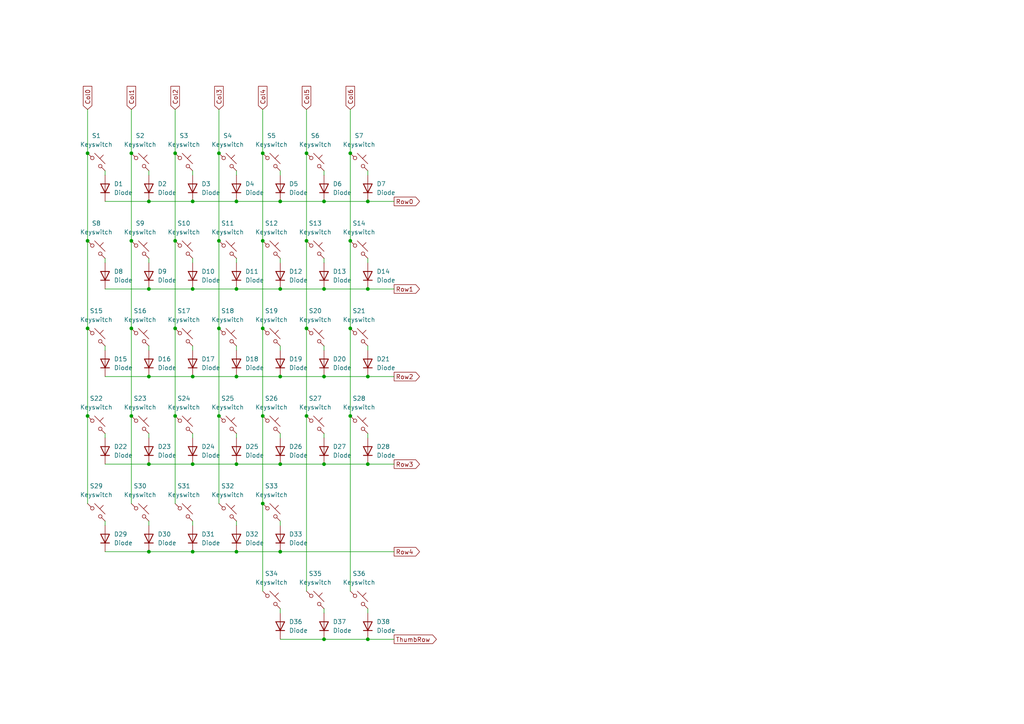
<source format=kicad_sch>
(kicad_sch (version 20250114) (generator "eeschema") (generator_version "9.0")
  (paper "A4")
  (title_block (title "TheFalcon[Left["))
  (lib_symbols
    (symbol "ScottoKeebs:Placeholder_Diode" (pin_numbers (hide yes)) (pin_names (hide yes))
      (property "Reference" "D" (at 0 2.54 0))
      (property "Value" "Diode" (at 0 -2.54 0))
      (symbol "Placeholder_Diode_0_1"
        (polyline (pts (xy -1.27 1.27) (xy -1.27 -1.27)) (stroke (width 0.254)))
        (polyline (pts (xy 1.27 1.27) (xy 1.27 -1.27) (xy -1.27 0) (xy 1.27 1.27)) (stroke (width 0.254)))
        (polyline (pts (xy 1.27 0) (xy -1.27 0)))
      )
      (symbol "Placeholder_Diode_1_1"
        (pin passive line (at -3.81 0 0) (length 2.54) (name "K") (number "1"))
        (pin passive line (at 3.81 0 180) (length 2.54) (name "A") (number "2"))
      )
    )
    (symbol "ScottoKeebs:Placeholder_Keyswitch" (pin_numbers (hide yes)) (pin_names (offset 1.016) (hide yes))
      (property "Reference" "S" (at 3.048 1.016 0))
      (property "Value" "Keyswitch" (at 0 -3.81 0))
      (symbol "Placeholder_Keyswitch_0_1"
        (polyline (pts (xy -2.54 2.54) (xy -1.524 1.524) (xy -1.524 1.524)))
        (circle (center -1.1684 1.1684) (radius 0.508))
        (polyline (pts (xy -0.508 2.54) (xy 2.54 -0.508)))
        (polyline (pts (xy 1.016 1.016) (xy 2.032 2.032)))
        (circle (center 1.143 -1.1938) (radius 0.508))
        (polyline (pts (xy 1.524 -1.524) (xy 2.54 -2.54) (xy 2.54 -2.54) (xy 2.54 -2.54)))
        (pin passive line (at -2.54 2.54 0) (length 0) (name "1") (number "1"))
        (pin passive line (at 2.54 -2.54 180) (length 0) (name "2") (number "2"))
      )
    )
  )
  (junction (at 43.18 58.42))
  (junction (at 50.8 95.25))
  (junction (at 106.68 109.22))
  (junction (at 43.18 109.22))
  (junction (at 106.68 185.42))
  (junction (at 68.58 160.02))
  (junction (at 63.5 95.25))
  (junction (at 55.88 134.62))
  (junction (at 106.68 134.62))
  (junction (at 93.98 109.22))
  (junction (at 55.88 58.42))
  (junction (at 25.4 69.85))
  (junction (at 76.2 146.05))
  (junction (at 88.9 69.85))
  (junction (at 25.4 95.25))
  (junction (at 68.58 58.42))
  (junction (at 50.8 44.45))
  (junction (at 63.5 69.85))
  (junction (at 68.58 134.62))
  (junction (at 106.68 58.42))
  (junction (at 101.6 69.85))
  (junction (at 38.1 44.45))
  (junction (at 68.58 83.82))
  (junction (at 81.28 83.82))
  (junction (at 43.18 134.62))
  (junction (at 81.28 109.22))
  (junction (at 55.88 83.82))
  (junction (at 38.1 120.65))
  (junction (at 63.5 120.65))
  (junction (at 88.9 120.65))
  (junction (at 93.98 83.82))
  (junction (at 93.98 185.42))
  (junction (at 81.28 160.02))
  (junction (at 76.2 120.65))
  (junction (at 43.18 160.02))
  (junction (at 76.2 44.45))
  (junction (at 81.28 58.42))
  (junction (at 101.6 120.65))
  (junction (at 63.5 44.45))
  (junction (at 76.2 69.85))
  (junction (at 101.6 44.45))
  (junction (at 88.9 44.45))
  (junction (at 81.28 134.62))
  (junction (at 88.9 95.25))
  (junction (at 25.4 120.65))
  (junction (at 68.58 109.22))
  (junction (at 106.68 83.82))
  (junction (at 101.6 95.25))
  (junction (at 38.1 69.85))
  (junction (at 25.4 44.45))
  (junction (at 55.88 160.02))
  (junction (at 50.8 120.65))
  (junction (at 93.98 58.42))
  (junction (at 43.18 83.82))
  (junction (at 38.1 95.25))
  (junction (at 50.8 69.85))
  (junction (at 55.88 109.22))
  (junction (at 76.2 95.25))
  (junction (at 93.98 134.62))
  (wire (pts (xy 81.28 176.53) (xy 81.28 177.8)))
  (wire (pts (xy 30.48 125.73) (xy 30.48 127)))
  (wire (pts (xy 81.28 74.93) (xy 81.28 76.2)))
  (wire (pts (xy 101.6 31.75) (xy 101.6 44.45)))
  (wire (pts (xy 106.68 49.53) (xy 106.68 50.8)))
  (wire (pts (xy 81.28 125.73) (xy 81.28 127)))
  (wire (pts (xy 25.4 31.75) (xy 25.4 44.45)))
  (wire (pts (xy 101.6 95.25) (xy 101.6 120.65)))
  (wire (pts (xy 55.88 58.42) (xy 68.58 58.42)))
  (wire (pts (xy 93.98 134.62) (xy 106.68 134.62)))
  (wire (pts (xy 38.1 120.65) (xy 38.1 146.05)))
  (wire (pts (xy 81.28 151.13) (xy 81.28 152.4)))
  (wire (pts (xy 63.5 44.45) (xy 63.5 69.85)))
  (wire (pts (xy 81.28 58.42) (xy 93.98 58.42)))
  (wire (pts (xy 93.98 176.53) (xy 93.98 177.8)))
  (wire (pts (xy 93.98 109.22) (xy 106.68 109.22)))
  (wire (pts (xy 88.9 44.45) (xy 88.9 69.85)))
  (wire (pts (xy 68.58 134.62) (xy 81.28 134.62)))
  (wire (pts (xy 93.98 185.42) (xy 106.68 185.42)))
  (wire (pts (xy 88.9 120.65) (xy 88.9 171.45)))
  (wire (pts (xy 106.68 83.82) (xy 114.3 83.82)))
  (wire (pts (xy 106.68 134.62) (xy 114.3 134.62)))
  (wire (pts (xy 106.68 109.22) (xy 114.3 109.22)))
  (wire (pts (xy 93.98 83.82) (xy 106.68 83.82)))
  (wire (pts (xy 30.48 74.93) (xy 30.48 76.2)))
  (wire (pts (xy 63.5 31.75) (xy 63.5 44.45)))
  (wire (pts (xy 106.68 176.53) (xy 106.68 177.8)))
  (wire (pts (xy 30.48 134.62) (xy 43.18 134.62)))
  (wire (pts (xy 50.8 44.45) (xy 50.8 69.85)))
  (wire (pts (xy 81.28 134.62) (xy 93.98 134.62)))
  (wire (pts (xy 106.68 185.42) (xy 114.3 185.42)))
  (wire (pts (xy 93.98 100.33) (xy 93.98 101.6)))
  (wire (pts (xy 43.18 100.33) (xy 43.18 101.6)))
  (wire (pts (xy 50.8 95.25) (xy 50.8 120.65)))
  (wire (pts (xy 55.88 125.73) (xy 55.88 127)))
  (wire (pts (xy 68.58 109.22) (xy 81.28 109.22)))
  (wire (pts (xy 30.48 151.13) (xy 30.48 152.4)))
  (wire (pts (xy 68.58 151.13) (xy 68.58 152.4)))
  (wire (pts (xy 88.9 31.75) (xy 88.9 44.45)))
  (wire (pts (xy 43.18 160.02) (xy 55.88 160.02)))
  (wire (pts (xy 63.5 120.65) (xy 63.5 146.05)))
  (wire (pts (xy 43.18 58.42) (xy 55.88 58.42)))
  (wire (pts (xy 25.4 95.25) (xy 25.4 120.65)))
  (wire (pts (xy 55.88 49.53) (xy 55.88 50.8)))
  (wire (pts (xy 55.88 160.02) (xy 68.58 160.02)))
  (wire (pts (xy 81.28 185.42) (xy 93.98 185.42)))
  (wire (pts (xy 68.58 160.02) (xy 81.28 160.02)))
  (wire (pts (xy 55.88 109.22) (xy 68.58 109.22)))
  (wire (pts (xy 30.48 160.02) (xy 43.18 160.02)))
  (wire (pts (xy 38.1 44.45) (xy 38.1 69.85)))
  (wire (pts (xy 101.6 120.65) (xy 101.6 171.45)))
  (wire (pts (xy 76.2 69.85) (xy 76.2 95.25)))
  (wire (pts (xy 68.58 100.33) (xy 68.58 101.6)))
  (wire (pts (xy 43.18 49.53) (xy 43.18 50.8)))
  (wire (pts (xy 43.18 134.62) (xy 55.88 134.62)))
  (wire (pts (xy 93.98 58.42) (xy 106.68 58.42)))
  (wire (pts (xy 106.68 58.42) (xy 114.3 58.42)))
  (wire (pts (xy 55.88 134.62) (xy 68.58 134.62)))
  (wire (pts (xy 43.18 83.82) (xy 55.88 83.82)))
  (wire (pts (xy 30.48 49.53) (xy 30.48 50.8)))
  (wire (pts (xy 38.1 69.85) (xy 38.1 95.25)))
  (wire (pts (xy 63.5 95.25) (xy 63.5 120.65)))
  (wire (pts (xy 63.5 69.85) (xy 63.5 95.25)))
  (wire (pts (xy 43.18 125.73) (xy 43.18 127)))
  (wire (pts (xy 68.58 74.93) (xy 68.58 76.2)))
  (wire (pts (xy 30.48 100.33) (xy 30.48 101.6)))
  (wire (pts (xy 38.1 31.75) (xy 38.1 44.45)))
  (wire (pts (xy 101.6 69.85) (xy 101.6 95.25)))
  (wire (pts (xy 43.18 151.13) (xy 43.18 152.4)))
  (wire (pts (xy 81.28 49.53) (xy 81.28 50.8)))
  (wire (pts (xy 43.18 74.93) (xy 43.18 76.2)))
  (wire (pts (xy 76.2 120.65) (xy 76.2 146.05)))
  (wire (pts (xy 55.88 100.33) (xy 55.88 101.6)))
  (wire (pts (xy 55.88 151.13) (xy 55.88 152.4)))
  (wire (pts (xy 68.58 49.53) (xy 68.58 50.8)))
  (wire (pts (xy 55.88 74.93) (xy 55.88 76.2)))
  (wire (pts (xy 30.48 58.42) (xy 43.18 58.42)))
  (wire (pts (xy 25.4 44.45) (xy 25.4 69.85)))
  (wire (pts (xy 25.4 69.85) (xy 25.4 95.25)))
  (wire (pts (xy 106.68 100.33) (xy 106.68 101.6)))
  (wire (pts (xy 76.2 146.05) (xy 76.2 171.45)))
  (wire (pts (xy 50.8 120.65) (xy 50.8 146.05)))
  (wire (pts (xy 76.2 31.75) (xy 76.2 44.45)))
  (wire (pts (xy 30.48 109.22) (xy 43.18 109.22)))
  (wire (pts (xy 50.8 69.85) (xy 50.8 95.25)))
  (wire (pts (xy 38.1 95.25) (xy 38.1 120.65)))
  (wire (pts (xy 50.8 31.75) (xy 50.8 44.45)))
  (wire (pts (xy 88.9 69.85) (xy 88.9 95.25)))
  (wire (pts (xy 43.18 109.22) (xy 55.88 109.22)))
  (wire (pts (xy 25.4 120.65) (xy 25.4 146.05)))
  (wire (pts (xy 76.2 44.45) (xy 76.2 69.85)))
  (wire (pts (xy 106.68 125.73) (xy 106.68 127)))
  (wire (pts (xy 68.58 125.73) (xy 68.58 127)))
  (wire (pts (xy 76.2 95.25) (xy 76.2 120.65)))
  (wire (pts (xy 93.98 125.73) (xy 93.98 127)))
  (wire (pts (xy 68.58 83.82) (xy 81.28 83.82)))
  (wire (pts (xy 55.88 83.82) (xy 68.58 83.82)))
  (wire (pts (xy 106.68 74.93) (xy 106.68 76.2)))
  (wire (pts (xy 93.98 74.93) (xy 93.98 76.2)))
  (wire (pts (xy 101.6 44.45) (xy 101.6 69.85)))
  (wire (pts (xy 81.28 100.33) (xy 81.28 101.6)))
  (wire (pts (xy 93.98 49.53) (xy 93.98 50.8)))
  (wire (pts (xy 88.9 95.25) (xy 88.9 120.65)))
  (wire (pts (xy 81.28 160.02) (xy 114.3 160.02)))
  (wire (pts (xy 81.28 109.22) (xy 93.98 109.22)))
  (wire (pts (xy 30.48 83.82) (xy 43.18 83.82)))
  (wire (pts (xy 81.28 83.82) (xy 93.98 83.82)))
  (wire (pts (xy 68.58 58.42) (xy 81.28 58.42)))
  (global_label "Col2" (shape input) (at 50.8 31.75 90) (property "Intersheetrefs" "${INTERSHEET_REFS}" (effects (hide yes))))
  (global_label "Col3" (shape input) (at 63.5 31.75 90) (property "Intersheetrefs" "${INTERSHEET_REFS}" (effects (hide yes))))
  (global_label "Col4" (shape input) (at 76.2 31.75 90) (property "Intersheetrefs" "${INTERSHEET_REFS}" (effects (hide yes))))
  (global_label "Row4" (shape output) (at 114.3 160.02 0) (property "Intersheetrefs" "${INTERSHEET_REFS}" (effects (hide yes))))
  (global_label "Row1" (shape output) (at 114.3 83.82 0) (property "Intersheetrefs" "${INTERSHEET_REFS}" (effects (hide yes))))
  (global_label "Row2" (shape output) (at 114.3 109.22 0) (property "Intersheetrefs" "${INTERSHEET_REFS}" (effects (hide yes))))
  (global_label "Col1" (shape input) (at 38.1 31.75 90) (property "Intersheetrefs" "${INTERSHEET_REFS}" (effects (hide yes))))
  (global_label "Col5" (shape input) (at 88.9 31.75 90) (property "Intersheetrefs" "${INTERSHEET_REFS}" (effects (hide yes))))
  (global_label "ThumbRow" (shape output) (at 114.3 185.42 0) (property "Intersheetrefs" "${INTERSHEET_REFS}" (effects (hide yes))))
  (global_label "Row0" (shape output) (at 114.3 58.42 0) (property "Intersheetrefs" "${INTERSHEET_REFS}" (effects (hide yes))))
  (global_label "Col0" (shape input) (at 25.4 31.75 90) (property "Intersheetrefs" "${INTERSHEET_REFS}" (effects (hide yes))))
  (global_label "Row3" (shape output) (at 114.3 134.62 0) (property "Intersheetrefs" "${INTERSHEET_REFS}" (effects (hide yes))))
  (global_label "Col6" (shape input) (at 101.6 31.75 90) (property "Intersheetrefs" "${INTERSHEET_REFS}" (effects (hide yes))))
  (symbol (lib_id "ScottoKeebs:Placeholder_Keyswitch") (at 40.64 123.19 0) (unit 1)
    (property "Reference" "S23" (at 40.64 115.57 0))
    (property "Value" "Keyswitch" (at 40.64 118.11 0))
    (property "Footprint" "MX_KS33:MX_KS33-Solderable-1U" (effects (hide yes)))
    (property "Description" "Push button switch, normally open, two pins, 45° tilted" (effects (hide yes)))
  )
  (symbol (lib_id "ScottoKeebs:Placeholder_Keyswitch") (at 78.74 123.19 0) (unit 1)
    (property "Reference" "S26" (at 78.74 115.57 0))
    (property "Value" "Keyswitch" (at 78.74 118.11 0))
    (property "Footprint" "MX_KS33:MX_KS33-Solderable-1U" (effects (hide yes)))
    (property "Description" "Push button switch, normally open, two pins, 45° tilted" (effects (hide yes)))
  )
  (symbol (lib_id "ScottoKeebs:Placeholder_Diode") (at 106.68 181.61 90) (unit 1)
    (property "Reference" "D38" (at 109.22 180.3399 90) (effects (justify right)))
    (property "Value" "Diode" (at 109.22 182.8799 90) (effects (justify right)))
    (property "Footprint" "Diode_SMD:D_SOD-123" (effects (hide yes)))
    (property "Description" "1N4148 (DO-35) or 1N4148W (SOD-123)" (effects (hide yes)))
    (property "LCSC Part Number" "C2099" (effects (hide yes)))
  )
  (symbol (lib_id "ScottoKeebs:Placeholder_Diode") (at 93.98 54.61 90) (unit 1)
    (property "Reference" "D6" (at 96.52 53.3399 90) (effects (justify right)))
    (property "Value" "Diode" (at 96.52 55.8799 90) (effects (justify right)))
    (property "Footprint" "Diode_SMD:D_SOD-123" (effects (hide yes)))
    (property "Description" "1N4148 (DO-35) or 1N4148W (SOD-123)" (effects (hide yes)))
    (property "LCSC Part Number" "C2099" (effects (hide yes)))
  )
  (symbol (lib_id "ScottoKeebs:Placeholder_Diode") (at 55.88 130.81 90) (unit 1)
    (property "Reference" "D24" (at 58.42 129.5399 90) (effects (justify right)))
    (property "Value" "Diode" (at 58.42 132.0799 90) (effects (justify right)))
    (property "Footprint" "Diode_SMD:D_SOD-123" (effects (hide yes)))
    (property "Description" "1N4148 (DO-35) or 1N4148W (SOD-123)" (effects (hide yes)))
    (property "LCSC Part Number" "C2099" (effects (hide yes)))
  )
  (symbol (lib_id "ScottoKeebs:Placeholder_Diode") (at 43.18 80.01 90) (unit 1)
    (property "Reference" "D9" (at 45.72 78.7399 90) (effects (justify right)))
    (property "Value" "Diode" (at 45.72 81.2799 90) (effects (justify right)))
    (property "Footprint" "Diode_SMD:D_SOD-123" (effects (hide yes)))
    (property "Description" "1N4148 (DO-35) or 1N4148W (SOD-123)" (effects (hide yes)))
    (property "LCSC Part Number" "C2099" (effects (hide yes)))
  )
  (symbol (lib_id "ScottoKeebs:Placeholder_Diode") (at 81.28 181.61 90) (unit 1)
    (property "Reference" "D36" (at 83.82 180.3399 90) (effects (justify right)))
    (property "Value" "Diode" (at 83.82 182.8799 90) (effects (justify right)))
    (property "Footprint" "Diode_SMD:D_SOD-123" (effects (hide yes)))
    (property "Description" "1N4148 (DO-35) or 1N4148W (SOD-123)" (effects (hide yes)))
    (property "LCSC Part Number" "C2099" (effects (hide yes)))
  )
  (symbol (lib_id "ScottoKeebs:Placeholder_Diode") (at 93.98 80.01 90) (unit 1)
    (property "Reference" "D13" (at 96.52 78.7399 90) (effects (justify right)))
    (property "Value" "Diode" (at 96.52 81.2799 90) (effects (justify right)))
    (property "Footprint" "Diode_SMD:D_SOD-123" (effects (hide yes)))
    (property "Description" "1N4148 (DO-35) or 1N4148W (SOD-123)" (effects (hide yes)))
    (property "LCSC Part Number" "C2099" (effects (hide yes)))
  )
  (symbol (lib_id "ScottoKeebs:Placeholder_Keyswitch") (at 91.44 72.39 0) (unit 1)
    (property "Reference" "S13" (at 91.44 64.77 0))
    (property "Value" "Keyswitch" (at 91.44 67.31 0))
    (property "Footprint" "MX_KS33:MX_KS33-Solderable-1U" (effects (hide yes)))
    (property "Description" "Push button switch, normally open, two pins, 45° tilted" (effects (hide yes)))
  )
  (symbol (lib_id "ScottoKeebs:Placeholder_Diode") (at 55.88 80.01 90) (unit 1)
    (property "Reference" "D10" (at 58.42 78.7399 90) (effects (justify right)))
    (property "Value" "Diode" (at 58.42 81.2799 90) (effects (justify right)))
    (property "Footprint" "Diode_SMD:D_SOD-123" (effects (hide yes)))
    (property "Description" "1N4148 (DO-35) or 1N4148W (SOD-123)" (effects (hide yes)))
    (property "LCSC Part Number" "C2099" (effects (hide yes)))
  )
  (symbol (lib_id "ScottoKeebs:Placeholder_Diode") (at 81.28 156.21 90) (unit 1)
    (property "Reference" "D33" (at 83.82 154.9399 90) (effects (justify right)))
    (property "Value" "Diode" (at 83.82 157.4799 90) (effects (justify right)))
    (property "Footprint" "Diode_SMD:D_SOD-123" (effects (hide yes)))
    (property "Description" "1N4148 (DO-35) or 1N4148W (SOD-123)" (effects (hide yes)))
    (property "LCSC Part Number" "C2099" (effects (hide yes)))
  )
  (symbol (lib_id "ScottoKeebs:Placeholder_Keyswitch") (at 27.94 148.59 0) (unit 1)
    (property "Reference" "S29" (at 27.94 140.97 0))
    (property "Value" "Keyswitch" (at 27.94 143.51 0))
    (property "Footprint" "MX_KS33:MX_KS33-Solderable-1U" (effects (hide yes)))
    (property "Description" "Push button switch, normally open, two pins, 45° tilted" (effects (hide yes)))
  )
  (symbol (lib_id "ScottoKeebs:Placeholder_Keyswitch") (at 27.94 46.99 0) (unit 1)
    (property "Reference" "S1" (at 27.94 39.37 0))
    (property "Value" "Keyswitch" (at 27.94 41.91 0))
    (property "Footprint" "MX_KS33:MX_KS33-Solderable-1U" (effects (hide yes)))
    (property "Description" "Push button switch, normally open, two pins, 45° tilted" (effects (hide yes)))
  )
  (symbol (lib_id "ScottoKeebs:Placeholder_Diode") (at 68.58 105.41 90) (unit 1)
    (property "Reference" "D18" (at 71.12 104.1399 90) (effects (justify right)))
    (property "Value" "Diode" (at 71.12 106.6799 90) (effects (justify right)))
    (property "Footprint" "Diode_SMD:D_SOD-123" (effects (hide yes)))
    (property "Description" "1N4148 (DO-35) or 1N4148W (SOD-123)" (effects (hide yes)))
    (property "LCSC Part Number" "C2099" (effects (hide yes)))
  )
  (symbol (lib_id "ScottoKeebs:Placeholder_Diode") (at 68.58 156.21 90) (unit 1)
    (property "Reference" "D32" (at 71.12 154.9399 90) (effects (justify right)))
    (property "Value" "Diode" (at 71.12 157.4799 90) (effects (justify right)))
    (property "Footprint" "Diode_SMD:D_SOD-123" (effects (hide yes)))
    (property "Description" "1N4148 (DO-35) or 1N4148W (SOD-123)" (effects (hide yes)))
    (property "LCSC Part Number" "C2099" (effects (hide yes)))
  )
  (symbol (lib_id "ScottoKeebs:Placeholder_Diode") (at 43.18 54.61 90) (unit 1)
    (property "Reference" "D2" (at 45.72 53.3399 90) (effects (justify right)))
    (property "Value" "Diode" (at 45.72 55.8799 90) (effects (justify right)))
    (property "Footprint" "Diode_SMD:D_SOD-123" (effects (hide yes)))
    (property "Description" "1N4148 (DO-35) or 1N4148W (SOD-123)" (effects (hide yes)))
    (property "LCSC Part Number" "C2099" (effects (hide yes)))
  )
  (symbol (lib_id "ScottoKeebs:Placeholder_Diode") (at 93.98 130.81 90) (unit 1)
    (property "Reference" "D27" (at 96.52 129.5399 90) (effects (justify right)))
    (property "Value" "Diode" (at 96.52 132.0799 90) (effects (justify right)))
    (property "Footprint" "Diode_SMD:D_SOD-123" (effects (hide yes)))
    (property "Description" "1N4148 (DO-35) or 1N4148W (SOD-123)" (effects (hide yes)))
    (property "LCSC Part Number" "C2099" (effects (hide yes)))
  )
  (symbol (lib_id "ScottoKeebs:Placeholder_Keyswitch") (at 104.14 123.19 0) (unit 1)
    (property "Reference" "S28" (at 104.14 115.57 0))
    (property "Value" "Keyswitch" (at 104.14 118.11 0))
    (property "Footprint" "MX_KS33:MX_KS33-Solderable-1U" (effects (hide yes)))
    (property "Description" "Push button switch, normally open, two pins, 45° tilted" (effects (hide yes)))
  )
  (symbol (lib_id "ScottoKeebs:Placeholder_Diode") (at 81.28 54.61 90) (unit 1)
    (property "Reference" "D5" (at 83.82 53.3399 90) (effects (justify right)))
    (property "Value" "Diode" (at 83.82 55.8799 90) (effects (justify right)))
    (property "Footprint" "Diode_SMD:D_SOD-123" (effects (hide yes)))
    (property "Description" "1N4148 (DO-35) or 1N4148W (SOD-123)" (effects (hide yes)))
    (property "LCSC Part Number" "C2099" (effects (hide yes)))
  )
  (symbol (lib_id "ScottoKeebs:Placeholder_Keyswitch") (at 66.04 148.59 0) (unit 1)
    (property "Reference" "S32" (at 66.04 140.97 0))
    (property "Value" "Keyswitch" (at 66.04 143.51 0))
    (property "Footprint" "MX_KS33:MX_KS33-Solderable-1U" (effects (hide yes)))
    (property "Description" "Push button switch, normally open, two pins, 45° tilted" (effects (hide yes)))
  )
  (symbol (lib_id "ScottoKeebs:Placeholder_Diode") (at 55.88 105.41 90) (unit 1)
    (property "Reference" "D17" (at 58.42 104.1399 90) (effects (justify right)))
    (property "Value" "Diode" (at 58.42 106.6799 90) (effects (justify right)))
    (property "Footprint" "Diode_SMD:D_SOD-123" (effects (hide yes)))
    (property "Description" "1N4148 (DO-35) or 1N4148W (SOD-123)" (effects (hide yes)))
    (property "LCSC Part Number" "C2099" (effects (hide yes)))
  )
  (symbol (lib_id "ScottoKeebs:Placeholder_Diode") (at 43.18 156.21 90) (unit 1)
    (property "Reference" "D30" (at 45.72 154.9399 90) (effects (justify right)))
    (property "Value" "Diode" (at 45.72 157.4799 90) (effects (justify right)))
    (property "Footprint" "Diode_SMD:D_SOD-123" (effects (hide yes)))
    (property "Description" "1N4148 (DO-35) or 1N4148W (SOD-123)" (effects (hide yes)))
    (property "LCSC Part Number" "C2099" (effects (hide yes)))
  )
  (symbol (lib_id "ScottoKeebs:Placeholder_Keyswitch") (at 78.74 97.79 0) (unit 1)
    (property "Reference" "S19" (at 78.74 90.17 0))
    (property "Value" "Keyswitch" (at 78.74 92.71 0))
    (property "Footprint" "MX_KS33:MX_KS33-Solderable-1U" (effects (hide yes)))
    (property "Description" "Push button switch, normally open, two pins, 45° tilted" (effects (hide yes)))
  )
  (symbol (lib_id "ScottoKeebs:Placeholder_Keyswitch") (at 27.94 97.79 0) (unit 1)
    (property "Reference" "S15" (at 27.94 90.17 0))
    (property "Value" "Keyswitch" (at 27.94 92.71 0))
    (property "Footprint" "MX_KS33:MX_KS33-Solderable-1U" (effects (hide yes)))
    (property "Description" "Push button switch, normally open, two pins, 45° tilted" (effects (hide yes)))
  )
  (symbol (lib_id "ScottoKeebs:Placeholder_Keyswitch") (at 78.74 148.59 0) (unit 1)
    (property "Reference" "S33" (at 78.74 140.97 0))
    (property "Value" "Keyswitch" (at 78.74 143.51 0))
    (property "Footprint" "MX_KS33:MX_KS33-Solderable-1U" (effects (hide yes)))
    (property "Description" "Push button switch, normally open, two pins, 45° tilted" (effects (hide yes)))
  )
  (symbol (lib_id "ScottoKeebs:Placeholder_Diode") (at 106.68 80.01 90) (unit 1)
    (property "Reference" "D14" (at 109.22 78.7399 90) (effects (justify right)))
    (property "Value" "Diode" (at 109.22 81.2799 90) (effects (justify right)))
    (property "Footprint" "Diode_SMD:D_SOD-123" (effects (hide yes)))
    (property "Description" "1N4148 (DO-35) or 1N4148W (SOD-123)" (effects (hide yes)))
    (property "LCSC Part Number" "C2099" (effects (hide yes)))
  )
  (symbol (lib_id "ScottoKeebs:Placeholder_Diode") (at 81.28 80.01 90) (unit 1)
    (property "Reference" "D12" (at 83.82 78.7399 90) (effects (justify right)))
    (property "Value" "Diode" (at 83.82 81.2799 90) (effects (justify right)))
    (property "Footprint" "Diode_SMD:D_SOD-123" (effects (hide yes)))
    (property "Description" "1N4148 (DO-35) or 1N4148W (SOD-123)" (effects (hide yes)))
    (property "LCSC Part Number" "C2099" (effects (hide yes)))
  )
  (symbol (lib_id "ScottoKeebs:Placeholder_Keyswitch") (at 91.44 173.99 0) (unit 1)
    (property "Reference" "S35" (at 91.44 166.37 0))
    (property "Value" "Keyswitch" (at 91.44 168.91 0))
    (property "Footprint" "MX_KS33:MX_KS33-Solderable-1.5U-Vertical" (effects (hide yes)))
    (property "Description" "Push button switch, normally open, two pins, 45° tilted" (effects (hide yes)))
  )
  (symbol (lib_id "ScottoKeebs:Placeholder_Keyswitch") (at 27.94 123.19 0) (unit 1)
    (property "Reference" "S22" (at 27.94 115.57 0))
    (property "Value" "Keyswitch" (at 27.94 118.11 0))
    (property "Footprint" "MX_KS33:MX_KS33-Solderable-1U" (effects (hide yes)))
    (property "Description" "Push button switch, normally open, two pins, 45° tilted" (effects (hide yes)))
  )
  (symbol (lib_id "ScottoKeebs:Placeholder_Diode") (at 30.48 80.01 90) (unit 1)
    (property "Reference" "D8" (at 33.02 78.7399 90) (effects (justify right)))
    (property "Value" "Diode" (at 33.02 81.2799 90) (effects (justify right)))
    (property "Footprint" "Diode_SMD:D_SOD-123" (effects (hide yes)))
    (property "Description" "1N4148 (DO-35) or 1N4148W (SOD-123)" (effects (hide yes)))
    (property "LCSC Part Number" "C2099" (effects (hide yes)))
  )
  (symbol (lib_id "ScottoKeebs:Placeholder_Keyswitch") (at 40.64 148.59 0) (unit 1)
    (property "Reference" "S30" (at 40.64 140.97 0))
    (property "Value" "Keyswitch" (at 40.64 143.51 0))
    (property "Footprint" "MX_KS33:MX_KS33-Solderable-1U" (effects (hide yes)))
    (property "Description" "Push button switch, normally open, two pins, 45° tilted" (effects (hide yes)))
  )
  (symbol (lib_id "ScottoKeebs:Placeholder_Diode") (at 55.88 54.61 90) (unit 1)
    (property "Reference" "D3" (at 58.42 53.3399 90) (effects (justify right)))
    (property "Value" "Diode" (at 58.42 55.8799 90) (effects (justify right)))
    (property "Footprint" "Diode_SMD:D_SOD-123" (effects (hide yes)))
    (property "Description" "1N4148 (DO-35) or 1N4148W (SOD-123)" (effects (hide yes)))
    (property "LCSC Part Number" "C2099" (effects (hide yes)))
  )
  (symbol (lib_id "ScottoKeebs:Placeholder_Keyswitch") (at 66.04 72.39 0) (unit 1)
    (property "Reference" "S11" (at 66.04 64.77 0))
    (property "Value" "Keyswitch" (at 66.04 67.31 0))
    (property "Footprint" "MX_KS33:MX_KS33-Solderable-1U" (effects (hide yes)))
    (property "Description" "Push button switch, normally open, two pins, 45° tilted" (effects (hide yes)))
  )
  (symbol (lib_id "ScottoKeebs:Placeholder_Diode") (at 30.48 54.61 90) (unit 1)
    (property "Reference" "D1" (at 33.02 53.3399 90) (effects (justify right)))
    (property "Value" "Diode" (at 33.02 55.8799 90) (effects (justify right)))
    (property "Footprint" "Diode_SMD:D_SOD-123" (effects (hide yes)))
    (property "Description" "1N4148 (DO-35) or 1N4148W (SOD-123)" (effects (hide yes)))
    (property "LCSC Part Number" "C2099" (effects (hide yes)))
  )
  (symbol (lib_id "ScottoKeebs:Placeholder_Diode") (at 43.18 105.41 90) (unit 1)
    (property "Reference" "D16" (at 45.72 104.1399 90) (effects (justify right)))
    (property "Value" "Diode" (at 45.72 106.6799 90) (effects (justify right)))
    (property "Footprint" "Diode_SMD:D_SOD-123" (effects (hide yes)))
    (property "Description" "1N4148 (DO-35) or 1N4148W (SOD-123)" (effects (hide yes)))
    (property "LCSC Part Number" "C2099" (effects (hide yes)))
  )
  (symbol (lib_id "ScottoKeebs:Placeholder_Keyswitch") (at 91.44 97.79 0) (unit 1)
    (property "Reference" "S20" (at 91.44 90.17 0))
    (property "Value" "Keyswitch" (at 91.44 92.71 0))
    (property "Footprint" "MX_KS33:MX_KS33-Solderable-1U" (effects (hide yes)))
    (property "Description" "Push button switch, normally open, two pins, 45° tilted" (effects (hide yes)))
  )
  (symbol (lib_id "ScottoKeebs:Placeholder_Diode") (at 93.98 105.41 90) (unit 1)
    (property "Reference" "D20" (at 96.52 104.1399 90) (effects (justify right)))
    (property "Value" "Diode" (at 96.52 106.6799 90) (effects (justify right)))
    (property "Footprint" "Diode_SMD:D_SOD-123" (effects (hide yes)))
    (property "Description" "1N4148 (DO-35) or 1N4148W (SOD-123)" (effects (hide yes)))
    (property "LCSC Part Number" "C2099" (effects (hide yes)))
  )
  (symbol (lib_id "ScottoKeebs:Placeholder_Diode") (at 93.98 181.61 90) (unit 1)
    (property "Reference" "D37" (at 96.52 180.3399 90) (effects (justify right)))
    (property "Value" "Diode" (at 96.52 182.8799 90) (effects (justify right)))
    (property "Footprint" "Diode_SMD:D_SOD-123" (effects (hide yes)))
    (property "Description" "1N4148 (DO-35) or 1N4148W (SOD-123)" (effects (hide yes)))
    (property "LCSC Part Number" "C2099" (effects (hide yes)))
  )
  (symbol (lib_id "ScottoKeebs:Placeholder_Keyswitch") (at 91.44 46.99 0) (unit 1)
    (property "Reference" "S6" (at 91.44 39.37 0))
    (property "Value" "Keyswitch" (at 91.44 41.91 0))
    (property "Footprint" "MX_KS33:MX_KS33-Solderable-1U" (effects (hide yes)))
    (property "Description" "Push button switch, normally open, two pins, 45° tilted" (effects (hide yes)))
  )
  (symbol (lib_id "ScottoKeebs:Placeholder_Keyswitch") (at 104.14 46.99 0) (unit 1)
    (property "Reference" "S7" (at 104.14 39.37 0))
    (property "Value" "Keyswitch" (at 104.14 41.91 0))
    (property "Footprint" "MX_KS33:MX_KS33-Solderable-1U" (effects (hide yes)))
    (property "Description" "Push button switch, normally open, two pins, 45° tilted" (effects (hide yes)))
  )
  (symbol (lib_id "ScottoKeebs:Placeholder_Keyswitch") (at 66.04 97.79 0) (unit 1)
    (property "Reference" "S18" (at 66.04 90.17 0))
    (property "Value" "Keyswitch" (at 66.04 92.71 0))
    (property "Footprint" "MX_KS33:MX_KS33-Solderable-1U" (effects (hide yes)))
    (property "Description" "Push button switch, normally open, two pins, 45° tilted" (effects (hide yes)))
  )
  (symbol (lib_id "ScottoKeebs:Placeholder_Keyswitch") (at 78.74 72.39 0) (unit 1)
    (property "Reference" "S12" (at 78.74 64.77 0))
    (property "Value" "Keyswitch" (at 78.74 67.31 0))
    (property "Footprint" "MX_KS33:MX_KS33-Solderable-1U" (effects (hide yes)))
    (property "Description" "Push button switch, normally open, two pins, 45° tilted" (effects (hide yes)))
  )
  (symbol (lib_id "ScottoKeebs:Placeholder_Keyswitch") (at 53.34 72.39 0) (unit 1)
    (property "Reference" "S10" (at 53.34 64.77 0))
    (property "Value" "Keyswitch" (at 53.34 67.31 0))
    (property "Footprint" "MX_KS33:MX_KS33-Solderable-1U" (effects (hide yes)))
    (property "Description" "Push button switch, normally open, two pins, 45° tilted" (effects (hide yes)))
  )
  (symbol (lib_id "ScottoKeebs:Placeholder_Keyswitch") (at 66.04 46.99 0) (unit 1)
    (property "Reference" "S4" (at 66.04 39.37 0))
    (property "Value" "Keyswitch" (at 66.04 41.91 0))
    (property "Footprint" "MX_KS33:MX_KS33-Solderable-1U" (effects (hide yes)))
    (property "Description" "Push button switch, normally open, two pins, 45° tilted" (effects (hide yes)))
  )
  (symbol (lib_id "ScottoKeebs:Placeholder_Keyswitch") (at 53.34 46.99 0) (unit 1)
    (property "Reference" "S3" (at 53.34 39.37 0))
    (property "Value" "Keyswitch" (at 53.34 41.91 0))
    (property "Footprint" "MX_KS33:MX_KS33-Solderable-1U" (effects (hide yes)))
    (property "Description" "Push button switch, normally open, two pins, 45° tilted" (effects (hide yes)))
  )
  (symbol (lib_id "ScottoKeebs:Placeholder_Keyswitch") (at 104.14 97.79 0) (unit 1)
    (property "Reference" "S21" (at 104.14 90.17 0))
    (property "Value" "Keyswitch" (at 104.14 92.71 0))
    (property "Footprint" "MX_KS33:MX_KS33-Solderable-1U" (effects (hide yes)))
    (property "Description" "Push button switch, normally open, two pins, 45° tilted" (effects (hide yes)))
  )
  (symbol (lib_id "ScottoKeebs:Placeholder_Diode") (at 30.48 156.21 90) (unit 1)
    (property "Reference" "D29" (at 33.02 154.9399 90) (effects (justify right)))
    (property "Value" "Diode" (at 33.02 157.4799 90) (effects (justify right)))
    (property "Footprint" "Diode_SMD:D_SOD-123" (effects (hide yes)))
    (property "Description" "1N4148 (DO-35) or 1N4148W (SOD-123)" (effects (hide yes)))
    (property "LCSC Part Number" "C2099" (effects (hide yes)))
  )
  (symbol (lib_id "ScottoKeebs:Placeholder_Keyswitch") (at 91.44 123.19 0) (unit 1)
    (property "Reference" "S27" (at 91.44 115.57 0))
    (property "Value" "Keyswitch" (at 91.44 118.11 0))
    (property "Footprint" "MX_KS33:MX_KS33-Solderable-1U" (effects (hide yes)))
    (property "Description" "Push button switch, normally open, two pins, 45° tilted" (effects (hide yes)))
  )
  (symbol (lib_id "ScottoKeebs:Placeholder_Diode") (at 68.58 130.81 90) (unit 1)
    (property "Reference" "D25" (at 71.12 129.5399 90) (effects (justify right)))
    (property "Value" "Diode" (at 71.12 132.0799 90) (effects (justify right)))
    (property "Footprint" "Diode_SMD:D_SOD-123" (effects (hide yes)))
    (property "Description" "1N4148 (DO-35) or 1N4148W (SOD-123)" (effects (hide yes)))
    (property "LCSC Part Number" "C2099" (effects (hide yes)))
  )
  (symbol (lib_id "ScottoKeebs:Placeholder_Diode") (at 81.28 130.81 90) (unit 1)
    (property "Reference" "D26" (at 83.82 129.5399 90) (effects (justify right)))
    (property "Value" "Diode" (at 83.82 132.0799 90) (effects (justify right)))
    (property "Footprint" "Diode_SMD:D_SOD-123" (effects (hide yes)))
    (property "Description" "1N4148 (DO-35) or 1N4148W (SOD-123)" (effects (hide yes)))
    (property "LCSC Part Number" "C2099" (effects (hide yes)))
  )
  (symbol (lib_id "ScottoKeebs:Placeholder_Keyswitch") (at 40.64 46.99 0) (unit 1)
    (property "Reference" "S2" (at 40.64 39.37 0))
    (property "Value" "Keyswitch" (at 40.64 41.91 0))
    (property "Footprint" "MX_KS33:MX_KS33-Solderable-1U" (effects (hide yes)))
    (property "Description" "Push button switch, normally open, two pins, 45° tilted" (effects (hide yes)))
  )
  (symbol (lib_id "ScottoKeebs:Placeholder_Keyswitch") (at 40.64 97.79 0) (unit 1)
    (property "Reference" "S16" (at 40.64 90.17 0))
    (property "Value" "Keyswitch" (at 40.64 92.71 0))
    (property "Footprint" "MX_KS33:MX_KS33-Solderable-1U" (effects (hide yes)))
    (property "Description" "Push button switch, normally open, two pins, 45° tilted" (effects (hide yes)))
  )
  (symbol (lib_id "ScottoKeebs:Placeholder_Keyswitch") (at 78.74 173.99 0) (unit 1)
    (property "Reference" "S34" (at 78.74 166.37 0))
    (property "Value" "Keyswitch" (at 78.74 168.91 0))
    (property "Footprint" "MX_KS33:MX_KS33-Solderable-1U" (effects (hide yes)))
    (property "Description" "Push button switch, normally open, two pins, 45° tilted" (effects (hide yes)))
  )
  (symbol (lib_id "ScottoKeebs:Placeholder_Keyswitch") (at 40.64 72.39 0) (unit 1)
    (property "Reference" "S9" (at 40.64 64.77 0))
    (property "Value" "Keyswitch" (at 40.64 67.31 0))
    (property "Footprint" "MX_KS33:MX_KS33-Solderable-1U" (effects (hide yes)))
    (property "Description" "Push button switch, normally open, two pins, 45° tilted" (effects (hide yes)))
  )
  (symbol (lib_id "ScottoKeebs:Placeholder_Diode") (at 43.18 130.81 90) (unit 1)
    (property "Reference" "D23" (at 45.72 129.5399 90) (effects (justify right)))
    (property "Value" "Diode" (at 45.72 132.0799 90) (effects (justify right)))
    (property "Footprint" "Diode_SMD:D_SOD-123" (effects (hide yes)))
    (property "Description" "1N4148 (DO-35) or 1N4148W (SOD-123)" (effects (hide yes)))
    (property "LCSC Part Number" "C2099" (effects (hide yes)))
  )
  (symbol (lib_id "ScottoKeebs:Placeholder_Diode") (at 68.58 54.61 90) (unit 1)
    (property "Reference" "D4" (at 71.12 53.3399 90) (effects (justify right)))
    (property "Value" "Diode" (at 71.12 55.8799 90) (effects (justify right)))
    (property "Footprint" "Diode_SMD:D_SOD-123" (effects (hide yes)))
    (property "Description" "1N4148 (DO-35) or 1N4148W (SOD-123)" (effects (hide yes)))
    (property "LCSC Part Number" "C2099" (effects (hide yes)))
  )
  (symbol (lib_id "ScottoKeebs:Placeholder_Diode") (at 106.68 130.81 90) (unit 1)
    (property "Reference" "D28" (at 109.22 129.5399 90) (effects (justify right)))
    (property "Value" "Diode" (at 109.22 132.0799 90) (effects (justify right)))
    (property "Footprint" "Diode_SMD:D_SOD-123" (effects (hide yes)))
    (property "Description" "1N4148 (DO-35) or 1N4148W (SOD-123)" (effects (hide yes)))
    (property "LCSC Part Number" "C2099" (effects (hide yes)))
  )
  (symbol (lib_id "ScottoKeebs:Placeholder_Keyswitch") (at 104.14 72.39 0) (unit 1)
    (property "Reference" "S14" (at 104.14 64.77 0))
    (property "Value" "Keyswitch" (at 104.14 67.31 0))
    (property "Footprint" "MX_KS33:MX_KS33-Solderable-1U" (effects (hide yes)))
    (property "Description" "Push button switch, normally open, two pins, 45° tilted" (effects (hide yes)))
  )
  (symbol (lib_id "ScottoKeebs:Placeholder_Diode") (at 106.68 54.61 90) (unit 1)
    (property "Reference" "D7" (at 109.22 53.3399 90) (effects (justify right)))
    (property "Value" "Diode" (at 109.22 55.8799 90) (effects (justify right)))
    (property "Footprint" "Diode_SMD:D_SOD-123" (effects (hide yes)))
    (property "Description" "1N4148 (DO-35) or 1N4148W (SOD-123)" (effects (hide yes)))
    (property "LCSC Part Number" "C2099" (effects (hide yes)))
  )
  (symbol (lib_id "ScottoKeebs:Placeholder_Keyswitch") (at 78.74 46.99 0) (unit 1)
    (property "Reference" "S5" (at 78.74 39.37 0))
    (property "Value" "Keyswitch" (at 78.74 41.91 0))
    (property "Footprint" "MX_KS33:MX_KS33-Solderable-1U" (effects (hide yes)))
    (property "Description" "Push button switch, normally open, two pins, 45° tilted" (effects (hide yes)))
  )
  (symbol (lib_id "ScottoKeebs:Placeholder_Keyswitch") (at 27.94 72.39 0) (unit 1)
    (property "Reference" "S8" (at 27.94 64.77 0))
    (property "Value" "Keyswitch" (at 27.94 67.31 0))
    (property "Footprint" "MX_KS33:MX_KS33-Solderable-1U" (effects (hide yes)))
    (property "Description" "Push button switch, normally open, two pins, 45° tilted" (effects (hide yes)))
  )
  (symbol (lib_id "ScottoKeebs:Placeholder_Diode") (at 81.28 105.41 90) (unit 1)
    (property "Reference" "D19" (at 83.82 104.1399 90) (effects (justify right)))
    (property "Value" "Diode" (at 83.82 106.6799 90) (effects (justify right)))
    (property "Footprint" "Diode_SMD:D_SOD-123" (effects (hide yes)))
    (property "Description" "1N4148 (DO-35) or 1N4148W (SOD-123)" (effects (hide yes)))
    (property "LCSC Part Number" "C2099" (effects (hide yes)))
  )
  (symbol (lib_id "ScottoKeebs:Placeholder_Keyswitch") (at 53.34 97.79 0) (unit 1)
    (property "Reference" "S17" (at 53.34 90.17 0))
    (property "Value" "Keyswitch" (at 53.34 92.71 0))
    (property "Footprint" "MX_KS33:MX_KS33-Solderable-1U" (effects (hide yes)))
    (property "Description" "Push button switch, normally open, two pins, 45° tilted" (effects (hide yes)))
  )
  (symbol (lib_id "ScottoKeebs:Placeholder_Keyswitch") (at 53.34 123.19 0) (unit 1)
    (property "Reference" "S24" (at 53.34 115.57 0))
    (property "Value" "Keyswitch" (at 53.34 118.11 0))
    (property "Footprint" "MX_KS33:MX_KS33-Solderable-1U" (effects (hide yes)))
    (property "Description" "Push button switch, normally open, two pins, 45° tilted" (effects (hide yes)))
  )
  (symbol (lib_id "ScottoKeebs:Placeholder_Diode") (at 30.48 105.41 90) (unit 1)
    (property "Reference" "D15" (at 33.02 104.1399 90) (effects (justify right)))
    (property "Value" "Diode" (at 33.02 106.6799 90) (effects (justify right)))
    (property "Footprint" "Diode_SMD:D_SOD-123" (effects (hide yes)))
    (property "Description" "1N4148 (DO-35) or 1N4148W (SOD-123)" (effects (hide yes)))
    (property "LCSC Part Number" "C2099" (effects (hide yes)))
  )
  (symbol (lib_id "ScottoKeebs:Placeholder_Diode") (at 106.68 105.41 90) (unit 1)
    (property "Reference" "D21" (at 109.22 104.1399 90) (effects (justify right)))
    (property "Value" "Diode" (at 109.22 106.6799 90) (effects (justify right)))
    (property "Footprint" "Diode_SMD:D_SOD-123" (effects (hide yes)))
    (property "Description" "1N4148 (DO-35) or 1N4148W (SOD-123)" (effects (hide yes)))
    (property "LCSC Part Number" "C2099" (effects (hide yes)))
  )
  (symbol (lib_id "ScottoKeebs:Placeholder_Keyswitch") (at 66.04 123.19 0) (unit 1)
    (property "Reference" "S25" (at 66.04 115.57 0))
    (property "Value" "Keyswitch" (at 66.04 118.11 0))
    (property "Footprint" "MX_KS33:MX_KS33-Solderable-1U" (effects (hide yes)))
    (property "Description" "Push button switch, normally open, two pins, 45° tilted" (effects (hide yes)))
  )
  (symbol (lib_id "ScottoKeebs:Placeholder_Keyswitch") (at 104.14 173.99 0) (unit 1)
    (property "Reference" "S36" (at 104.14 166.37 0))
    (property "Value" "Keyswitch" (at 104.14 168.91 0))
    (property "Footprint" "MX_KS33:MX_KS33-Solderable-1.5U-Vertical" (effects (hide yes)))
    (property "Description" "Push button switch, normally open, two pins, 45° tilted" (effects (hide yes)))
  )
  (symbol (lib_id "ScottoKeebs:Placeholder_Diode") (at 30.48 130.81 90) (unit 1)
    (property "Reference" "D22" (at 33.02 129.5399 90) (effects (justify right)))
    (property "Value" "Diode" (at 33.02 132.0799 90) (effects (justify right)))
    (property "Footprint" "Diode_SMD:D_SOD-123" (effects (hide yes)))
    (property "Description" "1N4148 (DO-35) or 1N4148W (SOD-123)" (effects (hide yes)))
    (property "LCSC Part Number" "C2099" (effects (hide yes)))
  )
  (symbol (lib_id "ScottoKeebs:Placeholder_Keyswitch") (at 53.34 148.59 0) (unit 1)
    (property "Reference" "S31" (at 53.34 140.97 0))
    (property "Value" "Keyswitch" (at 53.34 143.51 0))
    (property "Footprint" "MX_KS33:MX_KS33-Solderable-1U" (effects (hide yes)))
    (property "Description" "Push button switch, normally open, two pins, 45° tilted" (effects (hide yes)))
  )
  (symbol (lib_id "ScottoKeebs:Placeholder_Diode") (at 55.88 156.21 90) (unit 1)
    (property "Reference" "D31" (at 58.42 154.9399 90) (effects (justify right)))
    (property "Value" "Diode" (at 58.42 157.4799 90) (effects (justify right)))
    (property "Footprint" "Diode_SMD:D_SOD-123" (effects (hide yes)))
    (property "Description" "1N4148 (DO-35) or 1N4148W (SOD-123)" (effects (hide yes)))
    (property "LCSC Part Number" "C2099" (effects (hide yes)))
  )
  (symbol (lib_id "ScottoKeebs:Placeholder_Diode") (at 68.58 80.01 90) (unit 1)
    (property "Reference" "D11" (at 71.12 78.7399 90) (effects (justify right)))
    (property "Value" "Diode" (at 71.12 81.2799 90) (effects (justify right)))
    (property "Footprint" "Diode_SMD:D_SOD-123" (effects (hide yes)))
    (property "Description" "1N4148 (DO-35) or 1N4148W (SOD-123)" (effects (hide yes)))
    (property "LCSC Part Number" "C2099" (effects (hide yes)))
  )
)
</source>
